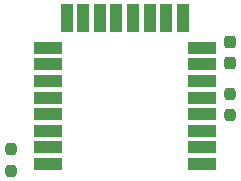
<source format=gbr>
%TF.GenerationSoftware,KiCad,Pcbnew,9.0.3*%
%TF.CreationDate,2025-09-19T00:55:14-04:00*%
%TF.ProjectId,UWB,5557422e-6b69-4636-9164-5f7063625858,rev?*%
%TF.SameCoordinates,Original*%
%TF.FileFunction,Paste,Top*%
%TF.FilePolarity,Positive*%
%FSLAX46Y46*%
G04 Gerber Fmt 4.6, Leading zero omitted, Abs format (unit mm)*
G04 Created by KiCad (PCBNEW 9.0.3) date 2025-09-19 00:55:14*
%MOMM*%
%LPD*%
G01*
G04 APERTURE LIST*
G04 Aperture macros list*
%AMRoundRect*
0 Rectangle with rounded corners*
0 $1 Rounding radius*
0 $2 $3 $4 $5 $6 $7 $8 $9 X,Y pos of 4 corners*
0 Add a 4 corners polygon primitive as box body*
4,1,4,$2,$3,$4,$5,$6,$7,$8,$9,$2,$3,0*
0 Add four circle primitives for the rounded corners*
1,1,$1+$1,$2,$3*
1,1,$1+$1,$4,$5*
1,1,$1+$1,$6,$7*
1,1,$1+$1,$8,$9*
0 Add four rect primitives between the rounded corners*
20,1,$1+$1,$2,$3,$4,$5,0*
20,1,$1+$1,$4,$5,$6,$7,0*
20,1,$1+$1,$6,$7,$8,$9,0*
20,1,$1+$1,$8,$9,$2,$3,0*%
G04 Aperture macros list end*
%ADD10RoundRect,0.237500X-0.237500X0.250000X-0.237500X-0.250000X0.237500X-0.250000X0.237500X0.250000X0*%
%ADD11RoundRect,0.237500X0.237500X-0.250000X0.237500X0.250000X-0.237500X0.250000X-0.237500X-0.250000X0*%
%ADD12RoundRect,0.237500X0.237500X-0.300000X0.237500X0.300000X-0.237500X0.300000X-0.237500X-0.300000X0*%
%ADD13R,2.400000X1.000000*%
%ADD14R,1.000000X2.400000*%
G04 APERTURE END LIST*
D10*
%TO.C,R1*%
X8900000Y-6687500D03*
X8900000Y-8512500D03*
%TD*%
D11*
%TO.C,R2*%
X-9600000Y-13212500D03*
X-9600000Y-11387500D03*
%TD*%
D12*
%TO.C,C1*%
X8931250Y-4062500D03*
X8931250Y-2337500D03*
%TD*%
D13*
%TO.C,U1*%
X6500000Y-12600000D03*
X6500000Y-11200000D03*
X6500000Y-9800000D03*
X6500000Y-8400000D03*
X6500000Y-7000000D03*
X6500000Y-5600000D03*
X6500000Y-4200000D03*
X6500000Y-2800000D03*
D14*
X4900000Y-250000D03*
X3500000Y-250000D03*
X2100000Y-250000D03*
X700000Y-250000D03*
X-700000Y-250000D03*
X-2100000Y-250000D03*
X-3500000Y-250000D03*
X-4900000Y-250000D03*
D13*
X-6500000Y-2800000D03*
X-6500000Y-4200000D03*
X-6500000Y-5600000D03*
X-6500000Y-7000000D03*
X-6500000Y-8400000D03*
X-6500000Y-9800000D03*
X-6500000Y-11200000D03*
X-6500000Y-12600000D03*
%TD*%
M02*

</source>
